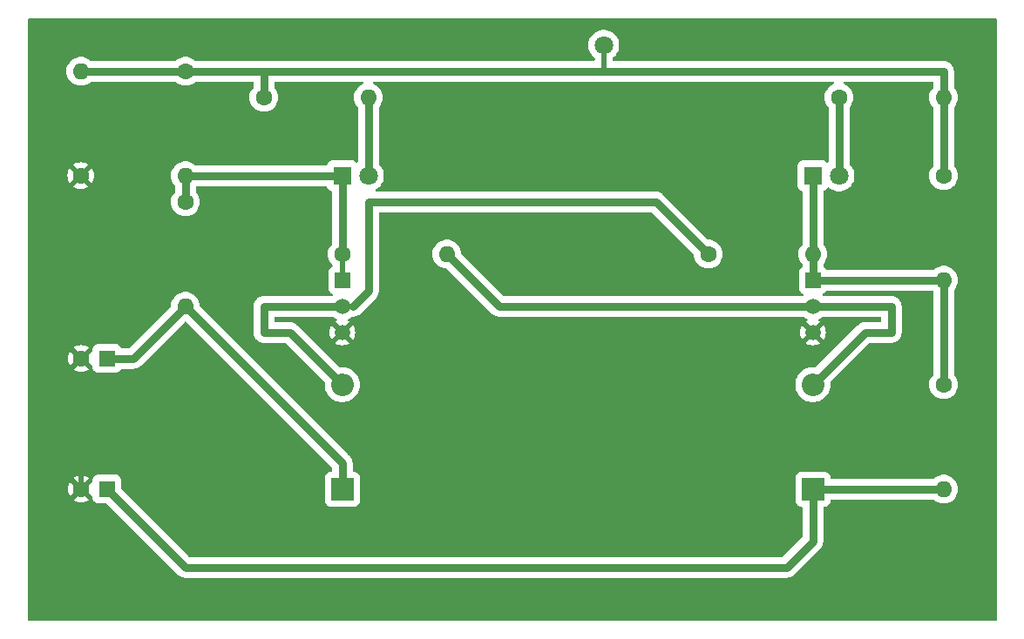
<source format=gbr>
%TF.GenerationSoftware,KiCad,Pcbnew,7.0.10*%
%TF.CreationDate,2025-04-09T09:10:38+02:00*%
%TF.ProjectId,Semaf_r,53656d61-66f3-4722-9e6b-696361645f70,1*%
%TF.SameCoordinates,Original*%
%TF.FileFunction,Profile,NP*%
%FSLAX46Y46*%
G04 Gerber Fmt 4.6, Leading zero omitted, Abs format (unit mm)*
G04 Created by KiCad (PCBNEW 7.0.10) date 2025-04-09 09:10:38*
%MOMM*%
%LPD*%
G01*
G04 APERTURE LIST*
%TA.AperFunction,Profile*%
%ADD10C,0.200000*%
%TD*%
%TA.AperFunction,ComponentPad*%
%ADD11C,1.800000*%
%TD*%
%TA.AperFunction,ComponentPad*%
%ADD12R,1.800000X1.800000*%
%TD*%
%TA.AperFunction,ComponentPad*%
%ADD13O,1.600000X1.600000*%
%TD*%
%TA.AperFunction,ComponentPad*%
%ADD14C,1.600000*%
%TD*%
%TA.AperFunction,ComponentPad*%
%ADD15O,2.200000X2.200000*%
%TD*%
%TA.AperFunction,ComponentPad*%
%ADD16R,2.200000X2.200000*%
%TD*%
%TA.AperFunction,ComponentPad*%
%ADD17R,1.600000X1.600000*%
%TD*%
%TA.AperFunction,ComponentPad*%
%ADD18C,1.500000*%
%TD*%
%TA.AperFunction,ComponentPad*%
%ADD19R,1.500000X1.500000*%
%TD*%
%TA.AperFunction,ViaPad*%
%ADD20C,1.800000*%
%TD*%
%TA.AperFunction,Conductor*%
%ADD21C,0.800000*%
%TD*%
%TA.AperFunction,Conductor*%
%ADD22C,0.500000*%
%TD*%
G04 APERTURE END LIST*
D10*
X165100000Y-88900000D02*
X259080000Y-88900000D01*
X259080000Y-147320000D01*
X165100000Y-147320000D01*
X165100000Y-88900000D01*
D11*
%TO.P,D1,2,A*%
%TO.N,Net-(D1-A)*%
X198120000Y-104140000D03*
D12*
%TO.P,D1,1,K*%
%TO.N,Net-(D1-K)*%
X195580000Y-104140000D03*
%TD*%
D13*
%TO.P,R3,2*%
%TO.N,Net-(D3-K)*%
X180340000Y-116840000D03*
D14*
%TO.P,R3,1*%
%TO.N,Net-(D1-K)*%
X180340000Y-106680000D03*
%TD*%
D13*
%TO.P,R1,2*%
%TO.N,+9V*%
X170180000Y-93980000D03*
D14*
%TO.P,R1,1*%
%TO.N,GND*%
X170180000Y-104140000D03*
%TD*%
D13*
%TO.P,R6,2*%
%TO.N,Net-(D2-K)*%
X254000000Y-114300000D03*
D14*
%TO.P,R6,1*%
%TO.N,+9V*%
X254000000Y-104140000D03*
%TD*%
D13*
%TO.P,R9,2*%
%TO.N,+9V*%
X254000000Y-96520000D03*
D14*
%TO.P,R9,1*%
%TO.N,Net-(D2-A)*%
X243840000Y-96520000D03*
%TD*%
D15*
%TO.P,D4,2,A*%
%TO.N,Net-(D4-A)*%
X241300000Y-124460000D03*
D16*
%TO.P,D4,1,K*%
%TO.N,Net-(D4-K)*%
X241300000Y-134620000D03*
%TD*%
D15*
%TO.P,D3,2,A*%
%TO.N,Net-(D3-A)*%
X195580000Y-124460000D03*
D16*
%TO.P,D3,1,K*%
%TO.N,Net-(D3-K)*%
X195580000Y-134620000D03*
%TD*%
D11*
%TO.P,D2,2,A*%
%TO.N,Net-(D2-A)*%
X243840000Y-104140000D03*
D12*
%TO.P,D2,1,K*%
%TO.N,Net-(D2-K)*%
X241300000Y-104140000D03*
%TD*%
D14*
%TO.P,C1,2*%
%TO.N,GND*%
X170220000Y-121920000D03*
D17*
%TO.P,C1,1*%
%TO.N,Net-(D3-K)*%
X172720000Y-121920000D03*
%TD*%
D13*
%TO.P,R4,2*%
%TO.N,Net-(D4-A)*%
X205740000Y-111760000D03*
D14*
%TO.P,R4,1*%
%TO.N,Net-(D1-K)*%
X195580000Y-111760000D03*
%TD*%
D13*
%TO.P,R7,2*%
%TO.N,Net-(D4-K)*%
X254000000Y-134620000D03*
D14*
%TO.P,R7,1*%
%TO.N,Net-(D2-K)*%
X254000000Y-124460000D03*
%TD*%
%TO.P,C2,2*%
%TO.N,GND*%
X170220000Y-134620000D03*
D17*
%TO.P,C2,1*%
%TO.N,Net-(D4-K)*%
X172720000Y-134620000D03*
%TD*%
D18*
%TO.P,T1,3,E*%
%TO.N,GND*%
X195580000Y-119380000D03*
%TO.P,T1,2,B*%
%TO.N,Net-(D3-A)*%
X195580000Y-116840000D03*
D19*
%TO.P,T1,1,C*%
%TO.N,Net-(D1-K)*%
X195580000Y-114300000D03*
%TD*%
D13*
%TO.P,R2,2*%
%TO.N,Net-(D1-K)*%
X180340000Y-104140000D03*
D14*
%TO.P,R2,1*%
%TO.N,+9V*%
X180340000Y-93980000D03*
%TD*%
D13*
%TO.P,R5,2*%
%TO.N,Net-(D2-K)*%
X241300000Y-111760000D03*
D14*
%TO.P,R5,1*%
%TO.N,Net-(D3-A)*%
X231140000Y-111760000D03*
%TD*%
D18*
%TO.P,T2,3,E*%
%TO.N,GND*%
X241300000Y-119380000D03*
%TO.P,T2,2,B*%
%TO.N,Net-(D4-A)*%
X241300000Y-116840000D03*
D19*
%TO.P,T2,1,C*%
%TO.N,Net-(D2-K)*%
X241300000Y-114300000D03*
%TD*%
D13*
%TO.P,R8,2*%
%TO.N,Net-(D1-A)*%
X198120000Y-96520000D03*
D14*
%TO.P,R8,1*%
%TO.N,+9V*%
X187960000Y-96520000D03*
%TD*%
D20*
%TO.N,GND*%
X215900000Y-91440000D03*
%TO.N,+9V*%
X220980000Y-91440000D03*
%TD*%
D21*
%TO.N,Net-(D3-A)*%
X226060000Y-106680000D02*
X231140000Y-111760000D01*
X198120000Y-115360660D02*
X198120000Y-106680000D01*
X196640660Y-116840000D02*
X198120000Y-115360660D01*
X198120000Y-106680000D02*
X226060000Y-106680000D01*
%TO.N,Net-(D4-A)*%
X248920000Y-116840000D02*
X241300000Y-116840000D01*
X248920000Y-119380000D02*
X248920000Y-116840000D01*
X241300000Y-124460000D02*
X246380000Y-119380000D01*
X246380000Y-119380000D02*
X248920000Y-119380000D01*
%TO.N,Net-(D3-A)*%
X187960000Y-116840000D02*
X195580000Y-116840000D01*
X187960000Y-119380000D02*
X187960000Y-116840000D01*
X190500000Y-119380000D02*
X187960000Y-119380000D01*
X195580000Y-124460000D02*
X190500000Y-119380000D01*
%TO.N,Net-(D3-K)*%
X175260000Y-121920000D02*
X180340000Y-116840000D01*
X195580000Y-134620000D02*
X195580000Y-132080000D01*
X195580000Y-132080000D02*
X180340000Y-116840000D01*
X172720000Y-121920000D02*
X175260000Y-121920000D01*
D22*
%TO.N,GND*%
X170220000Y-134620000D02*
X170220000Y-133488630D01*
X170180000Y-121880000D02*
X170220000Y-121920000D01*
D21*
%TO.N,Net-(D4-K)*%
X254000000Y-134620000D02*
X241300000Y-134620000D01*
X238760000Y-142240000D02*
X241300000Y-139700000D01*
X172720000Y-134620000D02*
X180340000Y-142240000D01*
X241300000Y-139700000D02*
X241300000Y-134620000D01*
X180340000Y-142240000D02*
X238760000Y-142240000D01*
%TO.N,Net-(D1-K)*%
X180340000Y-104140000D02*
X180340000Y-106680000D01*
X195580000Y-104140000D02*
X195580000Y-111760000D01*
X195580000Y-104140000D02*
X180340000Y-104140000D01*
D22*
X195580000Y-111760000D02*
X195580000Y-114300000D01*
D21*
%TO.N,Net-(D1-A)*%
X198120000Y-104140000D02*
X198120000Y-96520000D01*
%TO.N,Net-(D2-K)*%
X254000000Y-114300000D02*
X241300000Y-114300000D01*
X254000000Y-114300000D02*
X254000000Y-124460000D01*
X241300000Y-111760000D02*
X241300000Y-104140000D01*
X241300000Y-111760000D02*
X241300000Y-114300000D01*
%TO.N,Net-(D2-A)*%
X243840000Y-104140000D02*
X243840000Y-96520000D01*
D22*
%TO.N,Net-(D3-A)*%
X195580000Y-116840000D02*
X196640660Y-116840000D01*
D21*
%TO.N,Net-(D4-A)*%
X210820000Y-116840000D02*
X205740000Y-111760000D01*
X241300000Y-116840000D02*
X210820000Y-116840000D01*
%TO.N,+9V*%
X220980000Y-93980000D02*
X187960000Y-93980000D01*
X187960000Y-93980000D02*
X187960000Y-96520000D01*
X254000000Y-96520000D02*
X254000000Y-93980000D01*
X180340000Y-93980000D02*
X187960000Y-93980000D01*
X170180000Y-93980000D02*
X180340000Y-93980000D01*
D22*
X220980000Y-93980000D02*
X220980000Y-91440000D01*
D21*
X254000000Y-96520000D02*
X254000000Y-104140000D01*
X254000000Y-93980000D02*
X220980000Y-93980000D01*
%TD*%
%TA.AperFunction,Conductor*%
%TO.N,GND*%
G36*
X259022539Y-88920185D02*
G01*
X259068294Y-88972989D01*
X259079500Y-89024500D01*
X259079500Y-147195500D01*
X259059815Y-147262539D01*
X259007011Y-147308294D01*
X258955500Y-147319500D01*
X165224500Y-147319500D01*
X165157461Y-147299815D01*
X165111706Y-147247011D01*
X165100500Y-147195500D01*
X165100500Y-134620002D01*
X168915034Y-134620002D01*
X168934858Y-134846599D01*
X168934860Y-134846610D01*
X168993730Y-135066317D01*
X168993735Y-135066331D01*
X169089863Y-135272478D01*
X169140974Y-135345472D01*
X169822046Y-134664400D01*
X169834835Y-134745148D01*
X169892359Y-134858045D01*
X169981955Y-134947641D01*
X170094852Y-135005165D01*
X170175599Y-135017953D01*
X169494526Y-135699025D01*
X169567513Y-135750132D01*
X169567521Y-135750136D01*
X169773668Y-135846264D01*
X169773682Y-135846269D01*
X169993389Y-135905139D01*
X169993400Y-135905141D01*
X170219998Y-135924966D01*
X170220002Y-135924966D01*
X170446599Y-135905141D01*
X170446610Y-135905139D01*
X170666317Y-135846269D01*
X170666331Y-135846264D01*
X170872478Y-135750136D01*
X170945471Y-135699024D01*
X170264400Y-135017953D01*
X170345148Y-135005165D01*
X170458045Y-134947641D01*
X170547641Y-134858045D01*
X170605165Y-134745148D01*
X170617953Y-134664400D01*
X171283181Y-135329629D01*
X171316666Y-135390952D01*
X171319500Y-135417307D01*
X171319500Y-135459362D01*
X171334953Y-135576753D01*
X171334956Y-135576762D01*
X171366647Y-135653272D01*
X171395464Y-135722841D01*
X171491718Y-135848282D01*
X171617159Y-135944536D01*
X171763238Y-136005044D01*
X171880639Y-136020500D01*
X172654216Y-136020499D01*
X172721255Y-136040183D01*
X172741897Y-136056818D01*
X179622450Y-142937371D01*
X179624643Y-142939620D01*
X179684940Y-143003052D01*
X179684947Y-143003058D01*
X179733352Y-143036748D01*
X179740869Y-143042415D01*
X179786593Y-143079698D01*
X179813565Y-143093786D01*
X179826980Y-143101915D01*
X179851951Y-143119295D01*
X179880105Y-143131377D01*
X179906163Y-143142559D01*
X179914652Y-143146590D01*
X179966951Y-143173909D01*
X179988998Y-143180216D01*
X179996184Y-143182273D01*
X180010976Y-143187539D01*
X180038939Y-143199539D01*
X180038942Y-143199540D01*
X180096727Y-143211414D01*
X180105869Y-143213657D01*
X180162582Y-143229886D01*
X180192918Y-143232196D01*
X180208457Y-143234376D01*
X180238255Y-143240500D01*
X180238259Y-143240500D01*
X180297244Y-143240500D01*
X180306659Y-143240857D01*
X180365476Y-143245337D01*
X180395651Y-143241493D01*
X180411318Y-143240500D01*
X238745721Y-143240500D01*
X238748863Y-143240540D01*
X238836358Y-143242757D01*
X238836358Y-143242756D01*
X238836363Y-143242757D01*
X238894425Y-143232349D01*
X238903754Y-143231041D01*
X238962438Y-143225074D01*
X238991471Y-143215964D01*
X239006700Y-143212226D01*
X239036653Y-143206858D01*
X239036657Y-143206856D01*
X239036659Y-143206856D01*
X239091423Y-143184980D01*
X239100292Y-143181821D01*
X239156588Y-143164159D01*
X239183200Y-143149387D01*
X239197362Y-143142662D01*
X239225617Y-143131377D01*
X239274879Y-143098909D01*
X239282910Y-143094043D01*
X239334502Y-143065409D01*
X239334509Y-143065402D01*
X239334512Y-143065401D01*
X239357583Y-143045594D01*
X239370125Y-143036137D01*
X239395519Y-143019402D01*
X239437237Y-142977682D01*
X239444122Y-142971301D01*
X239488895Y-142932866D01*
X239507520Y-142908802D01*
X239517880Y-142897039D01*
X241997409Y-140417510D01*
X241999578Y-140415395D01*
X242063053Y-140355059D01*
X242096766Y-140306619D01*
X242102405Y-140299141D01*
X242139697Y-140253408D01*
X242153786Y-140226433D01*
X242161908Y-140213027D01*
X242179295Y-140188049D01*
X242202568Y-140133815D01*
X242206595Y-140125336D01*
X242233909Y-140073049D01*
X242242275Y-140043808D01*
X242247544Y-140029009D01*
X242259538Y-140001062D01*
X242259540Y-140001058D01*
X242271421Y-139943238D01*
X242273650Y-139934155D01*
X242289886Y-139877418D01*
X242292196Y-139847080D01*
X242294376Y-139831540D01*
X242300500Y-139801743D01*
X242300500Y-139742754D01*
X242300858Y-139733339D01*
X242305337Y-139674524D01*
X242301493Y-139644339D01*
X242300500Y-139628675D01*
X242300500Y-136444499D01*
X242320185Y-136377460D01*
X242372989Y-136331705D01*
X242424500Y-136320499D01*
X242439363Y-136320499D01*
X242556753Y-136305046D01*
X242556757Y-136305044D01*
X242556762Y-136305044D01*
X242702841Y-136244536D01*
X242828282Y-136148282D01*
X242924536Y-136022841D01*
X242985044Y-135876762D01*
X243000500Y-135759361D01*
X243000500Y-135744500D01*
X243020185Y-135677461D01*
X243072989Y-135631706D01*
X243124500Y-135620500D01*
X252963536Y-135620500D01*
X253030575Y-135640185D01*
X253047521Y-135653272D01*
X253048204Y-135653901D01*
X253048216Y-135653913D01*
X253231374Y-135796470D01*
X253435497Y-135906936D01*
X253488017Y-135924966D01*
X253655015Y-135982297D01*
X253655017Y-135982297D01*
X253655019Y-135982298D01*
X253883951Y-136020500D01*
X253883952Y-136020500D01*
X254116048Y-136020500D01*
X254116049Y-136020500D01*
X254344981Y-135982298D01*
X254564503Y-135906936D01*
X254768626Y-135796470D01*
X254951784Y-135653913D01*
X255108979Y-135483153D01*
X255235924Y-135288849D01*
X255329157Y-135076300D01*
X255386134Y-134851305D01*
X255386524Y-134846599D01*
X255405300Y-134620006D01*
X255405300Y-134619993D01*
X255386135Y-134388702D01*
X255386133Y-134388691D01*
X255329157Y-134163699D01*
X255235924Y-133951151D01*
X255108983Y-133756852D01*
X255108980Y-133756849D01*
X255108979Y-133756847D01*
X254951784Y-133586087D01*
X254951779Y-133586083D01*
X254951777Y-133586081D01*
X254768634Y-133443535D01*
X254768628Y-133443531D01*
X254564504Y-133333064D01*
X254564495Y-133333061D01*
X254344984Y-133257702D01*
X254173282Y-133229050D01*
X254116049Y-133219500D01*
X253883951Y-133219500D01*
X253838164Y-133227140D01*
X253655015Y-133257702D01*
X253435504Y-133333061D01*
X253435495Y-133333064D01*
X253231371Y-133443531D01*
X253106179Y-133540973D01*
X253048216Y-133586087D01*
X253048210Y-133586092D01*
X253047521Y-133586728D01*
X253047172Y-133586899D01*
X253044170Y-133589237D01*
X253043689Y-133588619D01*
X252984867Y-133617652D01*
X252963536Y-133619500D01*
X243124499Y-133619500D01*
X243057460Y-133599815D01*
X243011705Y-133547011D01*
X243000499Y-133495500D01*
X243000499Y-133480636D01*
X242985046Y-133363246D01*
X242985044Y-133363239D01*
X242985044Y-133363238D01*
X242924536Y-133217159D01*
X242828282Y-133091718D01*
X242702841Y-132995464D01*
X242556762Y-132934956D01*
X242556760Y-132934955D01*
X242439370Y-132919501D01*
X242439367Y-132919500D01*
X242439361Y-132919500D01*
X242439354Y-132919500D01*
X240160636Y-132919500D01*
X240043246Y-132934953D01*
X240043237Y-132934956D01*
X239897160Y-132995463D01*
X239771718Y-133091718D01*
X239675463Y-133217160D01*
X239614956Y-133363237D01*
X239614955Y-133363239D01*
X239599501Y-133480629D01*
X239599501Y-133480636D01*
X239599500Y-133480645D01*
X239599500Y-135759363D01*
X239614953Y-135876753D01*
X239614956Y-135876762D01*
X239658670Y-135982298D01*
X239675464Y-136022841D01*
X239771718Y-136148282D01*
X239897159Y-136244536D01*
X240043238Y-136305044D01*
X240160639Y-136320500D01*
X240175496Y-136320499D01*
X240242534Y-136340180D01*
X240288292Y-136392982D01*
X240299500Y-136444499D01*
X240299500Y-139234217D01*
X240279815Y-139301256D01*
X240263181Y-139321898D01*
X238381899Y-141203181D01*
X238320576Y-141236666D01*
X238294218Y-141239500D01*
X180805783Y-141239500D01*
X180738744Y-141219815D01*
X180718102Y-141203181D01*
X174156818Y-134641897D01*
X174123333Y-134580574D01*
X174120499Y-134554216D01*
X174120499Y-133780636D01*
X174105046Y-133663246D01*
X174105044Y-133663239D01*
X174105044Y-133663238D01*
X174044536Y-133517159D01*
X173948282Y-133391718D01*
X173822841Y-133295464D01*
X173676762Y-133234956D01*
X173676760Y-133234955D01*
X173559370Y-133219501D01*
X173559367Y-133219500D01*
X173559361Y-133219500D01*
X173559354Y-133219500D01*
X171880636Y-133219500D01*
X171763246Y-133234953D01*
X171763237Y-133234956D01*
X171617160Y-133295463D01*
X171491718Y-133391718D01*
X171395463Y-133517160D01*
X171334956Y-133663237D01*
X171334955Y-133663239D01*
X171319501Y-133780629D01*
X171319501Y-133780636D01*
X171319500Y-133780645D01*
X171319500Y-133822690D01*
X171299815Y-133889729D01*
X171283181Y-133910371D01*
X170617953Y-134575598D01*
X170605165Y-134494852D01*
X170547641Y-134381955D01*
X170458045Y-134292359D01*
X170345148Y-134234835D01*
X170264401Y-134222046D01*
X170945472Y-133540974D01*
X170872478Y-133489863D01*
X170666331Y-133393735D01*
X170666317Y-133393730D01*
X170446610Y-133334860D01*
X170446599Y-133334858D01*
X170220002Y-133315034D01*
X170219998Y-133315034D01*
X169993400Y-133334858D01*
X169993389Y-133334860D01*
X169773682Y-133393730D01*
X169773673Y-133393734D01*
X169567516Y-133489866D01*
X169567512Y-133489868D01*
X169494526Y-133540973D01*
X169494526Y-133540974D01*
X170175599Y-134222046D01*
X170094852Y-134234835D01*
X169981955Y-134292359D01*
X169892359Y-134381955D01*
X169834835Y-134494852D01*
X169822046Y-134575598D01*
X169140974Y-133894526D01*
X169140973Y-133894526D01*
X169089868Y-133967512D01*
X169089866Y-133967516D01*
X168993734Y-134173673D01*
X168993730Y-134173682D01*
X168934860Y-134393389D01*
X168934858Y-134393400D01*
X168915034Y-134619997D01*
X168915034Y-134620002D01*
X165100500Y-134620002D01*
X165100500Y-121920002D01*
X168915034Y-121920002D01*
X168934858Y-122146599D01*
X168934860Y-122146610D01*
X168993730Y-122366317D01*
X168993735Y-122366331D01*
X169089863Y-122572478D01*
X169140974Y-122645472D01*
X169822046Y-121964400D01*
X169834835Y-122045148D01*
X169892359Y-122158045D01*
X169981955Y-122247641D01*
X170094852Y-122305165D01*
X170175599Y-122317953D01*
X169494526Y-122999025D01*
X169567513Y-123050132D01*
X169567521Y-123050136D01*
X169773668Y-123146264D01*
X169773682Y-123146269D01*
X169993389Y-123205139D01*
X169993400Y-123205141D01*
X170219998Y-123224966D01*
X170220002Y-123224966D01*
X170446599Y-123205141D01*
X170446610Y-123205139D01*
X170666317Y-123146269D01*
X170666331Y-123146264D01*
X170872478Y-123050136D01*
X170945471Y-122999024D01*
X170264400Y-122317953D01*
X170345148Y-122305165D01*
X170458045Y-122247641D01*
X170547641Y-122158045D01*
X170605165Y-122045148D01*
X170617953Y-121964400D01*
X171283181Y-122629629D01*
X171316666Y-122690952D01*
X171319500Y-122717307D01*
X171319500Y-122759362D01*
X171334953Y-122876753D01*
X171334956Y-122876762D01*
X171341935Y-122893612D01*
X171395464Y-123022841D01*
X171491718Y-123148282D01*
X171617159Y-123244536D01*
X171763238Y-123305044D01*
X171880639Y-123320500D01*
X173559360Y-123320499D01*
X173559363Y-123320499D01*
X173676753Y-123305046D01*
X173676757Y-123305044D01*
X173676762Y-123305044D01*
X173822841Y-123244536D01*
X173948282Y-123148282D01*
X174044536Y-123022841D01*
X174055220Y-122997048D01*
X174099061Y-122942644D01*
X174165355Y-122920579D01*
X174169781Y-122920500D01*
X175245721Y-122920500D01*
X175248863Y-122920540D01*
X175336358Y-122922757D01*
X175336358Y-122922756D01*
X175336363Y-122922757D01*
X175394425Y-122912349D01*
X175403754Y-122911041D01*
X175462438Y-122905074D01*
X175491471Y-122895964D01*
X175506700Y-122892226D01*
X175536653Y-122886858D01*
X175536657Y-122886856D01*
X175536659Y-122886856D01*
X175591423Y-122864980D01*
X175600292Y-122861821D01*
X175656588Y-122844159D01*
X175683200Y-122829387D01*
X175697362Y-122822662D01*
X175725617Y-122811377D01*
X175774879Y-122778909D01*
X175782910Y-122774043D01*
X175834502Y-122745409D01*
X175834509Y-122745402D01*
X175834512Y-122745401D01*
X175857583Y-122725594D01*
X175870125Y-122716137D01*
X175895519Y-122699402D01*
X175937226Y-122657694D01*
X175944138Y-122651288D01*
X175969368Y-122629629D01*
X175988895Y-122612866D01*
X176007524Y-122588798D01*
X176017884Y-122577035D01*
X180252318Y-118342600D01*
X180313641Y-118309116D01*
X180383333Y-118314100D01*
X180427680Y-118342601D01*
X194543181Y-132458102D01*
X194576666Y-132519425D01*
X194579500Y-132545783D01*
X194579500Y-132795500D01*
X194559815Y-132862539D01*
X194507011Y-132908294D01*
X194455507Y-132919500D01*
X194440638Y-132919500D01*
X194323246Y-132934953D01*
X194323237Y-132934956D01*
X194177160Y-132995463D01*
X194051718Y-133091718D01*
X193955463Y-133217160D01*
X193894956Y-133363237D01*
X193894955Y-133363239D01*
X193879501Y-133480629D01*
X193879501Y-133480636D01*
X193879500Y-133480645D01*
X193879500Y-135759363D01*
X193894953Y-135876753D01*
X193894956Y-135876762D01*
X193938670Y-135982298D01*
X193955464Y-136022841D01*
X194051718Y-136148282D01*
X194177159Y-136244536D01*
X194323238Y-136305044D01*
X194440639Y-136320500D01*
X196719360Y-136320499D01*
X196719363Y-136320499D01*
X196836753Y-136305046D01*
X196836757Y-136305044D01*
X196836762Y-136305044D01*
X196982841Y-136244536D01*
X197108282Y-136148282D01*
X197204536Y-136022841D01*
X197265044Y-135876762D01*
X197280500Y-135759361D01*
X197280499Y-133480640D01*
X197280499Y-133480639D01*
X197280499Y-133480636D01*
X197265046Y-133363246D01*
X197265044Y-133363239D01*
X197265044Y-133363238D01*
X197204536Y-133217159D01*
X197108282Y-133091718D01*
X196982841Y-132995464D01*
X196836762Y-132934956D01*
X196836760Y-132934955D01*
X196719370Y-132919501D01*
X196719367Y-132919500D01*
X196719361Y-132919500D01*
X196719354Y-132919500D01*
X196704500Y-132919500D01*
X196637461Y-132899815D01*
X196591706Y-132847011D01*
X196580500Y-132795500D01*
X196580500Y-132094277D01*
X196580540Y-132091135D01*
X196582757Y-132003641D01*
X196582756Y-132003640D01*
X196582757Y-132003637D01*
X196572350Y-131945574D01*
X196571041Y-131936242D01*
X196565074Y-131877566D01*
X196565074Y-131877564D01*
X196565074Y-131877562D01*
X196555962Y-131848524D01*
X196552225Y-131833295D01*
X196546858Y-131803348D01*
X196524972Y-131748556D01*
X196521824Y-131739714D01*
X196504159Y-131683412D01*
X196489398Y-131656817D01*
X196482663Y-131642635D01*
X196471379Y-131614384D01*
X196471377Y-131614380D01*
X196438915Y-131565127D01*
X196434040Y-131557082D01*
X196405409Y-131505498D01*
X196385590Y-131482412D01*
X196376145Y-131469884D01*
X196359404Y-131444484D01*
X196317699Y-131402779D01*
X196311306Y-131395882D01*
X196272866Y-131351105D01*
X196248800Y-131332476D01*
X196237022Y-131322102D01*
X181776572Y-116861652D01*
X181743087Y-116800329D01*
X181740677Y-116784218D01*
X181726134Y-116608695D01*
X181669157Y-116383700D01*
X181655229Y-116351948D01*
X181575924Y-116171151D01*
X181448983Y-115976852D01*
X181448980Y-115976849D01*
X181448979Y-115976847D01*
X181291784Y-115806087D01*
X181291779Y-115806083D01*
X181291777Y-115806081D01*
X181108634Y-115663535D01*
X181108628Y-115663531D01*
X180904504Y-115553064D01*
X180904495Y-115553061D01*
X180684984Y-115477702D01*
X180513282Y-115449050D01*
X180456049Y-115439500D01*
X180223951Y-115439500D01*
X180178164Y-115447140D01*
X179995015Y-115477702D01*
X179775504Y-115553061D01*
X179775495Y-115553064D01*
X179571371Y-115663531D01*
X179571365Y-115663535D01*
X179388222Y-115806081D01*
X179388219Y-115806084D01*
X179388216Y-115806086D01*
X179388216Y-115806087D01*
X179361019Y-115835631D01*
X179231016Y-115976852D01*
X179104075Y-116171151D01*
X179010842Y-116383699D01*
X178953866Y-116608691D01*
X178953864Y-116608703D01*
X178939322Y-116784209D01*
X178914169Y-116849394D01*
X178903427Y-116861650D01*
X174881899Y-120883181D01*
X174820576Y-120916666D01*
X174794218Y-120919500D01*
X174169781Y-120919500D01*
X174102742Y-120899815D01*
X174056987Y-120847011D01*
X174055220Y-120842952D01*
X174044537Y-120817161D01*
X174044536Y-120817160D01*
X174044536Y-120817159D01*
X173948282Y-120691718D01*
X173822841Y-120595464D01*
X173676762Y-120534956D01*
X173676760Y-120534955D01*
X173559370Y-120519501D01*
X173559367Y-120519500D01*
X173559361Y-120519500D01*
X173559354Y-120519500D01*
X171880636Y-120519500D01*
X171763246Y-120534953D01*
X171763237Y-120534956D01*
X171617160Y-120595463D01*
X171491718Y-120691718D01*
X171395463Y-120817160D01*
X171334956Y-120963237D01*
X171334955Y-120963239D01*
X171319501Y-121080629D01*
X171319500Y-121080645D01*
X171319500Y-121122690D01*
X171299815Y-121189729D01*
X171283181Y-121210371D01*
X170617953Y-121875598D01*
X170605165Y-121794852D01*
X170547641Y-121681955D01*
X170458045Y-121592359D01*
X170345148Y-121534835D01*
X170264401Y-121522046D01*
X170945472Y-120840974D01*
X170872478Y-120789863D01*
X170666331Y-120693735D01*
X170666317Y-120693730D01*
X170446610Y-120634860D01*
X170446599Y-120634858D01*
X170220002Y-120615034D01*
X170219998Y-120615034D01*
X169993400Y-120634858D01*
X169993389Y-120634860D01*
X169773682Y-120693730D01*
X169773673Y-120693734D01*
X169567516Y-120789866D01*
X169567512Y-120789868D01*
X169494526Y-120840973D01*
X169494526Y-120840974D01*
X170175599Y-121522046D01*
X170094852Y-121534835D01*
X169981955Y-121592359D01*
X169892359Y-121681955D01*
X169834835Y-121794852D01*
X169822046Y-121875598D01*
X169140974Y-121194526D01*
X169140973Y-121194526D01*
X169089868Y-121267512D01*
X169089866Y-121267516D01*
X168993734Y-121473673D01*
X168993730Y-121473682D01*
X168934860Y-121693389D01*
X168934858Y-121693400D01*
X168915034Y-121919997D01*
X168915034Y-121920002D01*
X165100500Y-121920002D01*
X165100500Y-104140002D01*
X168875034Y-104140002D01*
X168894858Y-104366599D01*
X168894860Y-104366610D01*
X168953730Y-104586317D01*
X168953735Y-104586331D01*
X169049863Y-104792478D01*
X169100974Y-104865472D01*
X169782046Y-104184400D01*
X169794835Y-104265148D01*
X169852359Y-104378045D01*
X169941955Y-104467641D01*
X170054852Y-104525165D01*
X170135599Y-104537953D01*
X169454526Y-105219025D01*
X169527513Y-105270132D01*
X169527521Y-105270136D01*
X169733668Y-105366264D01*
X169733682Y-105366269D01*
X169953389Y-105425139D01*
X169953400Y-105425141D01*
X170179998Y-105444966D01*
X170180002Y-105444966D01*
X170406599Y-105425141D01*
X170406610Y-105425139D01*
X170626317Y-105366269D01*
X170626331Y-105366264D01*
X170832478Y-105270136D01*
X170905471Y-105219024D01*
X170224400Y-104537953D01*
X170305148Y-104525165D01*
X170418045Y-104467641D01*
X170507641Y-104378045D01*
X170565165Y-104265148D01*
X170577953Y-104184400D01*
X171259024Y-104865471D01*
X171310136Y-104792478D01*
X171406264Y-104586331D01*
X171406269Y-104586317D01*
X171465139Y-104366610D01*
X171465141Y-104366599D01*
X171484966Y-104140002D01*
X171484966Y-104139997D01*
X171465141Y-103913400D01*
X171465139Y-103913389D01*
X171406269Y-103693682D01*
X171406264Y-103693668D01*
X171310136Y-103487521D01*
X171310132Y-103487513D01*
X171259025Y-103414526D01*
X170577953Y-104095598D01*
X170565165Y-104014852D01*
X170507641Y-103901955D01*
X170418045Y-103812359D01*
X170305148Y-103754835D01*
X170224401Y-103742046D01*
X170905472Y-103060974D01*
X170832478Y-103009863D01*
X170626331Y-102913735D01*
X170626317Y-102913730D01*
X170406610Y-102854860D01*
X170406599Y-102854858D01*
X170180002Y-102835034D01*
X170179998Y-102835034D01*
X169953400Y-102854858D01*
X169953389Y-102854860D01*
X169733682Y-102913730D01*
X169733673Y-102913734D01*
X169527516Y-103009866D01*
X169527512Y-103009868D01*
X169454526Y-103060973D01*
X169454526Y-103060974D01*
X170135599Y-103742046D01*
X170054852Y-103754835D01*
X169941955Y-103812359D01*
X169852359Y-103901955D01*
X169794835Y-104014852D01*
X169782046Y-104095598D01*
X169100974Y-103414526D01*
X169100973Y-103414526D01*
X169049868Y-103487512D01*
X169049866Y-103487516D01*
X168953734Y-103693673D01*
X168953730Y-103693682D01*
X168894860Y-103913389D01*
X168894858Y-103913400D01*
X168875034Y-104139997D01*
X168875034Y-104140002D01*
X165100500Y-104140002D01*
X165100500Y-93980006D01*
X168774700Y-93980006D01*
X168793864Y-94211297D01*
X168793866Y-94211308D01*
X168850842Y-94436300D01*
X168944075Y-94648848D01*
X169071016Y-94843147D01*
X169071019Y-94843151D01*
X169071021Y-94843153D01*
X169228216Y-95013913D01*
X169228219Y-95013915D01*
X169228222Y-95013918D01*
X169411365Y-95156464D01*
X169411371Y-95156468D01*
X169411374Y-95156470D01*
X169615497Y-95266936D01*
X169729487Y-95306068D01*
X169835015Y-95342297D01*
X169835017Y-95342297D01*
X169835019Y-95342298D01*
X170063951Y-95380500D01*
X170063952Y-95380500D01*
X170296048Y-95380500D01*
X170296049Y-95380500D01*
X170524981Y-95342298D01*
X170744503Y-95266936D01*
X170948626Y-95156470D01*
X171131784Y-95013913D01*
X171131800Y-95013895D01*
X171132479Y-95013272D01*
X171132827Y-95013100D01*
X171135830Y-95010763D01*
X171136310Y-95011380D01*
X171195133Y-94982348D01*
X171216464Y-94980500D01*
X179303536Y-94980500D01*
X179370575Y-95000185D01*
X179387521Y-95013272D01*
X179388204Y-95013901D01*
X179388216Y-95013913D01*
X179571374Y-95156470D01*
X179775497Y-95266936D01*
X179889487Y-95306068D01*
X179995015Y-95342297D01*
X179995017Y-95342297D01*
X179995019Y-95342298D01*
X180223951Y-95380500D01*
X180223952Y-95380500D01*
X180456048Y-95380500D01*
X180456049Y-95380500D01*
X180684981Y-95342298D01*
X180904503Y-95266936D01*
X181108626Y-95156470D01*
X181291784Y-95013913D01*
X181291800Y-95013895D01*
X181292479Y-95013272D01*
X181292827Y-95013100D01*
X181295830Y-95010763D01*
X181296310Y-95011380D01*
X181355133Y-94982348D01*
X181376464Y-94980500D01*
X186835500Y-94980500D01*
X186902539Y-95000185D01*
X186948294Y-95052989D01*
X186959500Y-95104500D01*
X186959500Y-95490621D01*
X186939815Y-95557660D01*
X186926730Y-95574603D01*
X186851022Y-95656844D01*
X186851020Y-95656846D01*
X186724075Y-95851151D01*
X186630842Y-96063699D01*
X186573866Y-96288691D01*
X186573864Y-96288702D01*
X186554700Y-96519993D01*
X186554700Y-96520006D01*
X186573864Y-96751297D01*
X186573866Y-96751308D01*
X186630842Y-96976300D01*
X186724075Y-97188848D01*
X186851016Y-97383147D01*
X186851019Y-97383151D01*
X186851021Y-97383153D01*
X187008216Y-97553913D01*
X187008219Y-97553915D01*
X187008222Y-97553918D01*
X187191365Y-97696464D01*
X187191371Y-97696468D01*
X187191374Y-97696470D01*
X187395497Y-97806936D01*
X187509487Y-97846068D01*
X187615015Y-97882297D01*
X187615017Y-97882297D01*
X187615019Y-97882298D01*
X187843951Y-97920500D01*
X187843952Y-97920500D01*
X188076048Y-97920500D01*
X188076049Y-97920500D01*
X188304981Y-97882298D01*
X188524503Y-97806936D01*
X188728626Y-97696470D01*
X188911784Y-97553913D01*
X189068979Y-97383153D01*
X189195924Y-97188849D01*
X189289157Y-96976300D01*
X189346134Y-96751305D01*
X189365300Y-96520000D01*
X189365300Y-96519993D01*
X189346135Y-96288702D01*
X189346133Y-96288691D01*
X189289157Y-96063699D01*
X189195924Y-95851151D01*
X189068979Y-95656846D01*
X189068977Y-95656844D01*
X188993270Y-95574603D01*
X188962348Y-95511948D01*
X188960500Y-95490621D01*
X188960500Y-95104500D01*
X188980185Y-95037461D01*
X189032989Y-94991706D01*
X189084500Y-94980500D01*
X197548099Y-94980500D01*
X197615138Y-95000185D01*
X197660893Y-95052989D01*
X197670837Y-95122147D01*
X197641812Y-95185703D01*
X197588362Y-95221781D01*
X197555504Y-95233061D01*
X197555495Y-95233064D01*
X197351371Y-95343531D01*
X197351365Y-95343535D01*
X197168222Y-95486081D01*
X197168219Y-95486084D01*
X197168216Y-95486086D01*
X197168216Y-95486087D01*
X197119501Y-95539006D01*
X197011016Y-95656852D01*
X196884075Y-95851151D01*
X196790842Y-96063699D01*
X196733866Y-96288691D01*
X196733864Y-96288702D01*
X196714700Y-96519993D01*
X196714700Y-96520006D01*
X196733864Y-96751297D01*
X196733866Y-96751308D01*
X196790842Y-96976300D01*
X196884075Y-97188848D01*
X197011016Y-97383147D01*
X197011019Y-97383151D01*
X197011021Y-97383153D01*
X197086731Y-97465396D01*
X197117652Y-97528049D01*
X197119500Y-97549377D01*
X197119500Y-102723574D01*
X197099815Y-102790613D01*
X197047011Y-102836368D01*
X196977853Y-102846312D01*
X196914297Y-102817287D01*
X196908482Y-102811873D01*
X196908284Y-102811721D01*
X196908282Y-102811718D01*
X196782841Y-102715464D01*
X196636762Y-102654956D01*
X196636760Y-102654955D01*
X196519370Y-102639501D01*
X196519367Y-102639500D01*
X196519361Y-102639500D01*
X196519354Y-102639500D01*
X194640636Y-102639500D01*
X194523246Y-102654953D01*
X194523237Y-102654956D01*
X194377160Y-102715463D01*
X194251718Y-102811718D01*
X194155462Y-102937161D01*
X194125347Y-103009868D01*
X194104179Y-103060973D01*
X194103359Y-103062952D01*
X194059518Y-103117356D01*
X193993224Y-103139421D01*
X193988798Y-103139500D01*
X181376464Y-103139500D01*
X181309425Y-103119815D01*
X181292479Y-103106728D01*
X181291794Y-103106098D01*
X181291784Y-103106087D01*
X181135310Y-102984299D01*
X181108628Y-102963531D01*
X180904504Y-102853064D01*
X180904495Y-102853061D01*
X180684984Y-102777702D01*
X180513282Y-102749050D01*
X180456049Y-102739500D01*
X180223951Y-102739500D01*
X180178164Y-102747140D01*
X179995015Y-102777702D01*
X179775504Y-102853061D01*
X179775495Y-102853064D01*
X179571371Y-102963531D01*
X179571365Y-102963535D01*
X179388222Y-103106081D01*
X179388219Y-103106084D01*
X179388216Y-103106086D01*
X179388216Y-103106087D01*
X179357530Y-103139421D01*
X179231016Y-103276852D01*
X179104075Y-103471151D01*
X179010842Y-103683699D01*
X178953866Y-103908691D01*
X178953864Y-103908702D01*
X178934700Y-104139993D01*
X178934700Y-104140006D01*
X178953864Y-104371297D01*
X178953866Y-104371308D01*
X179010842Y-104596300D01*
X179104075Y-104808848D01*
X179231016Y-105003147D01*
X179231019Y-105003151D01*
X179231021Y-105003153D01*
X179306731Y-105085396D01*
X179337652Y-105148049D01*
X179339500Y-105169377D01*
X179339500Y-105650621D01*
X179319815Y-105717660D01*
X179306730Y-105734603D01*
X179231022Y-105816844D01*
X179231020Y-105816846D01*
X179104075Y-106011151D01*
X179010842Y-106223699D01*
X178953866Y-106448691D01*
X178953864Y-106448702D01*
X178934700Y-106679993D01*
X178934700Y-106680006D01*
X178953864Y-106911297D01*
X178953866Y-106911308D01*
X179010842Y-107136300D01*
X179104075Y-107348848D01*
X179231016Y-107543147D01*
X179231019Y-107543151D01*
X179231021Y-107543153D01*
X179388216Y-107713913D01*
X179388219Y-107713915D01*
X179388222Y-107713918D01*
X179571365Y-107856464D01*
X179571371Y-107856468D01*
X179571374Y-107856470D01*
X179775497Y-107966936D01*
X179889487Y-108006068D01*
X179995015Y-108042297D01*
X179995017Y-108042297D01*
X179995019Y-108042298D01*
X180223951Y-108080500D01*
X180223952Y-108080500D01*
X180456048Y-108080500D01*
X180456049Y-108080500D01*
X180684981Y-108042298D01*
X180904503Y-107966936D01*
X181108626Y-107856470D01*
X181291784Y-107713913D01*
X181448979Y-107543153D01*
X181575924Y-107348849D01*
X181669157Y-107136300D01*
X181726134Y-106911305D01*
X181726135Y-106911297D01*
X181745300Y-106680006D01*
X181745300Y-106679993D01*
X181726135Y-106448702D01*
X181726133Y-106448691D01*
X181669157Y-106223699D01*
X181575924Y-106011151D01*
X181448979Y-105816846D01*
X181448977Y-105816844D01*
X181373270Y-105734603D01*
X181342348Y-105671948D01*
X181340500Y-105650621D01*
X181340500Y-105264500D01*
X181360185Y-105197461D01*
X181412989Y-105151706D01*
X181464500Y-105140500D01*
X193988798Y-105140500D01*
X194055837Y-105160185D01*
X194101592Y-105212989D01*
X194103359Y-105217048D01*
X194155462Y-105342838D01*
X194155463Y-105342839D01*
X194155464Y-105342841D01*
X194251718Y-105468282D01*
X194377159Y-105564536D01*
X194502952Y-105616641D01*
X194557356Y-105660482D01*
X194579421Y-105726776D01*
X194579500Y-105731202D01*
X194579500Y-110730621D01*
X194559815Y-110797660D01*
X194546730Y-110814603D01*
X194471022Y-110896844D01*
X194471020Y-110896846D01*
X194344075Y-111091151D01*
X194250842Y-111303699D01*
X194193866Y-111528691D01*
X194193864Y-111528702D01*
X194174700Y-111759993D01*
X194174700Y-111760006D01*
X194193864Y-111991297D01*
X194193866Y-111991308D01*
X194250842Y-112216300D01*
X194344075Y-112428848D01*
X194471016Y-112623147D01*
X194471019Y-112623151D01*
X194471021Y-112623153D01*
X194628216Y-112793913D01*
X194628218Y-112793914D01*
X194631690Y-112797686D01*
X194630705Y-112798592D01*
X194663482Y-112853135D01*
X194661380Y-112922973D01*
X194621855Y-112980588D01*
X194590961Y-112999036D01*
X194527160Y-113025463D01*
X194401718Y-113121718D01*
X194305463Y-113247160D01*
X194244956Y-113393237D01*
X194244955Y-113393239D01*
X194229501Y-113510629D01*
X194229500Y-113510645D01*
X194229500Y-115089363D01*
X194244953Y-115206753D01*
X194244956Y-115206762D01*
X194282417Y-115297202D01*
X194305464Y-115352841D01*
X194401718Y-115478282D01*
X194527159Y-115574536D01*
X194590902Y-115600939D01*
X194645305Y-115644780D01*
X194667370Y-115711074D01*
X194650091Y-115778773D01*
X194598954Y-115826384D01*
X194543449Y-115839500D01*
X187988500Y-115839500D01*
X187982221Y-115839341D01*
X187951787Y-115837797D01*
X187909065Y-115835631D01*
X187909058Y-115835631D01*
X187836676Y-115846719D01*
X187830448Y-115847513D01*
X187757566Y-115854925D01*
X187757557Y-115854927D01*
X187742187Y-115859749D01*
X187723858Y-115864003D01*
X187707929Y-115866444D01*
X187707926Y-115866445D01*
X187639245Y-115891880D01*
X187633305Y-115893911D01*
X187563412Y-115915840D01*
X187549322Y-115923661D01*
X187532220Y-115931518D01*
X187517118Y-115937111D01*
X187517108Y-115937116D01*
X187454959Y-115975854D01*
X187449546Y-115979040D01*
X187385506Y-116014585D01*
X187385499Y-116014590D01*
X187373278Y-116025081D01*
X187358114Y-116036216D01*
X187344430Y-116044746D01*
X187344427Y-116044749D01*
X187291338Y-116095213D01*
X187286679Y-116099422D01*
X187231109Y-116147129D01*
X187231102Y-116147136D01*
X187221243Y-116159872D01*
X187208631Y-116173832D01*
X187196949Y-116184938D01*
X187196948Y-116184939D01*
X187155111Y-116245046D01*
X187151396Y-116250106D01*
X187106550Y-116308043D01*
X187099452Y-116322513D01*
X187089907Y-116338728D01*
X187080706Y-116351948D01*
X187080705Y-116351949D01*
X187051818Y-116419262D01*
X187049197Y-116424965D01*
X187016939Y-116490729D01*
X187016938Y-116490733D01*
X187012901Y-116506324D01*
X187006815Y-116524129D01*
X187000461Y-116538937D01*
X186985716Y-116610687D01*
X186984296Y-116616805D01*
X186965936Y-116687716D01*
X186965119Y-116703811D01*
X186962743Y-116722474D01*
X186959500Y-116738260D01*
X186959500Y-116811499D01*
X186959341Y-116817779D01*
X186955631Y-116890935D01*
X186955631Y-116890936D01*
X186958070Y-116906857D01*
X186959500Y-116925633D01*
X186959500Y-119351499D01*
X186959341Y-119357779D01*
X186955631Y-119430935D01*
X186955631Y-119430936D01*
X186966719Y-119503325D01*
X186967513Y-119509553D01*
X186974925Y-119582437D01*
X186974926Y-119582440D01*
X186979749Y-119597814D01*
X186984003Y-119616147D01*
X186986442Y-119632064D01*
X186986443Y-119632068D01*
X187011882Y-119700760D01*
X187013911Y-119706696D01*
X187035841Y-119776588D01*
X187035842Y-119776589D01*
X187035843Y-119776592D01*
X187043657Y-119790670D01*
X187051517Y-119807777D01*
X187057111Y-119822881D01*
X187057113Y-119822884D01*
X187057114Y-119822887D01*
X187073198Y-119848692D01*
X187095864Y-119885057D01*
X187099050Y-119890469D01*
X187134592Y-119954503D01*
X187134593Y-119954504D01*
X187145078Y-119966718D01*
X187156222Y-119981894D01*
X187164745Y-119995567D01*
X187164746Y-119995568D01*
X187164748Y-119995571D01*
X187215246Y-120048695D01*
X187219421Y-120053317D01*
X187233374Y-120069570D01*
X187267132Y-120108894D01*
X187267133Y-120108895D01*
X187279869Y-120118753D01*
X187293844Y-120131379D01*
X187304940Y-120143052D01*
X187365051Y-120184891D01*
X187370115Y-120188609D01*
X187378270Y-120194921D01*
X187428042Y-120233448D01*
X187442515Y-120240547D01*
X187458726Y-120250090D01*
X187471951Y-120259295D01*
X187539264Y-120288181D01*
X187544954Y-120290795D01*
X187556267Y-120296345D01*
X187610724Y-120323058D01*
X187610726Y-120323058D01*
X187610729Y-120323060D01*
X187626316Y-120327095D01*
X187644128Y-120333182D01*
X187658942Y-120339540D01*
X187730700Y-120354285D01*
X187736779Y-120355695D01*
X187807711Y-120374062D01*
X187807715Y-120374063D01*
X187823807Y-120374879D01*
X187842480Y-120377257D01*
X187851413Y-120379093D01*
X187858258Y-120380500D01*
X187858259Y-120380500D01*
X187931500Y-120380500D01*
X187937778Y-120380658D01*
X188010936Y-120384369D01*
X188026857Y-120381930D01*
X188045633Y-120380500D01*
X190034217Y-120380500D01*
X190101256Y-120400185D01*
X190121898Y-120416819D01*
X193854749Y-124149669D01*
X193888234Y-124210992D01*
X193890721Y-124246616D01*
X193874732Y-124459995D01*
X193874732Y-124460004D01*
X193893777Y-124714154D01*
X193939915Y-124916300D01*
X193950492Y-124962637D01*
X194043607Y-125199888D01*
X194171041Y-125420612D01*
X194329950Y-125619877D01*
X194516783Y-125793232D01*
X194727366Y-125936805D01*
X194727371Y-125936807D01*
X194727372Y-125936808D01*
X194727373Y-125936809D01*
X194849328Y-125995538D01*
X194956992Y-126047387D01*
X194956993Y-126047387D01*
X194956996Y-126047389D01*
X195200542Y-126122513D01*
X195452565Y-126160500D01*
X195707435Y-126160500D01*
X195959458Y-126122513D01*
X196203004Y-126047389D01*
X196432634Y-125936805D01*
X196643217Y-125793232D01*
X196830050Y-125619877D01*
X196988959Y-125420612D01*
X197116393Y-125199888D01*
X197209508Y-124962637D01*
X197266222Y-124714157D01*
X197285268Y-124460000D01*
X197285267Y-124459993D01*
X197266222Y-124205845D01*
X197263035Y-124191884D01*
X197209508Y-123957363D01*
X197116393Y-123720112D01*
X196988959Y-123499388D01*
X196830050Y-123300123D01*
X196643217Y-123126768D01*
X196432634Y-122983195D01*
X196432630Y-122983193D01*
X196432627Y-122983191D01*
X196432626Y-122983190D01*
X196203006Y-122872612D01*
X196203008Y-122872612D01*
X195959466Y-122797489D01*
X195959462Y-122797488D01*
X195959458Y-122797487D01*
X195836263Y-122778918D01*
X195707440Y-122759500D01*
X195707435Y-122759500D01*
X195452565Y-122759500D01*
X195452557Y-122759500D01*
X195377033Y-122770884D01*
X195307809Y-122761411D01*
X195270871Y-122735950D01*
X191217567Y-118682647D01*
X191215374Y-118680398D01*
X191155061Y-118616949D01*
X191155060Y-118616948D01*
X191155059Y-118616947D01*
X191106640Y-118583246D01*
X191099120Y-118577575D01*
X191053413Y-118540305D01*
X191053406Y-118540301D01*
X191026441Y-118526216D01*
X191013026Y-118518089D01*
X190988049Y-118500705D01*
X190988046Y-118500703D01*
X190988045Y-118500703D01*
X190988041Y-118500701D01*
X190933845Y-118477443D01*
X190925336Y-118473402D01*
X190873057Y-118446094D01*
X190873046Y-118446090D01*
X190843806Y-118437723D01*
X190829021Y-118432459D01*
X190801058Y-118420459D01*
X190743273Y-118408583D01*
X190734127Y-118406338D01*
X190677423Y-118390113D01*
X190653699Y-118388306D01*
X190647072Y-118387801D01*
X190631533Y-118385622D01*
X190601742Y-118379500D01*
X190601741Y-118379500D01*
X190542759Y-118379500D01*
X190533344Y-118379142D01*
X190530643Y-118378936D01*
X190474524Y-118374662D01*
X190444349Y-118378506D01*
X190428682Y-118379500D01*
X189084500Y-118379500D01*
X189017461Y-118359815D01*
X188971706Y-118307011D01*
X188960500Y-118255500D01*
X188960500Y-117964500D01*
X188980185Y-117897461D01*
X189032989Y-117851706D01*
X189084500Y-117840500D01*
X194619242Y-117840500D01*
X194686281Y-117860185D01*
X194706923Y-117876819D01*
X194708599Y-117878495D01*
X194805384Y-117946265D01*
X194902165Y-118014032D01*
X194902167Y-118014033D01*
X194902170Y-118014035D01*
X194985866Y-118053063D01*
X195038305Y-118099235D01*
X195057457Y-118166429D01*
X195037241Y-118233310D01*
X194985866Y-118277827D01*
X194952613Y-118293333D01*
X194890428Y-118336874D01*
X195535600Y-118982046D01*
X195454852Y-118994835D01*
X195341955Y-119052359D01*
X195252359Y-119141955D01*
X195194835Y-119254852D01*
X195182046Y-119335600D01*
X194536874Y-118690428D01*
X194493333Y-118752613D01*
X194400898Y-118950840D01*
X194400894Y-118950849D01*
X194344289Y-119162105D01*
X194344287Y-119162115D01*
X194325225Y-119379999D01*
X194325225Y-119380000D01*
X194344287Y-119597884D01*
X194344289Y-119597894D01*
X194400894Y-119809150D01*
X194400898Y-119809159D01*
X194493333Y-120007387D01*
X194536874Y-120069571D01*
X195182046Y-119424399D01*
X195194835Y-119505148D01*
X195252359Y-119618045D01*
X195341955Y-119707641D01*
X195454852Y-119765165D01*
X195535599Y-119777953D01*
X194890427Y-120423124D01*
X194952612Y-120466666D01*
X195150840Y-120559101D01*
X195150849Y-120559105D01*
X195362105Y-120615710D01*
X195362115Y-120615712D01*
X195579999Y-120634775D01*
X195580001Y-120634775D01*
X195797884Y-120615712D01*
X195797894Y-120615710D01*
X196009150Y-120559105D01*
X196009164Y-120559100D01*
X196207383Y-120466669D01*
X196207385Y-120466668D01*
X196269571Y-120423124D01*
X195624401Y-119777953D01*
X195705148Y-119765165D01*
X195818045Y-119707641D01*
X195907641Y-119618045D01*
X195965165Y-119505148D01*
X195977953Y-119424400D01*
X196623124Y-120069570D01*
X196666668Y-120007385D01*
X196666669Y-120007383D01*
X196759100Y-119809164D01*
X196759105Y-119809150D01*
X196815710Y-119597894D01*
X196815712Y-119597884D01*
X196834775Y-119380000D01*
X196834775Y-119379999D01*
X196815712Y-119162115D01*
X196815710Y-119162105D01*
X196759105Y-118950849D01*
X196759101Y-118950840D01*
X196666667Y-118752614D01*
X196666666Y-118752612D01*
X196623124Y-118690428D01*
X196623124Y-118690427D01*
X195977953Y-119335598D01*
X195965165Y-119254852D01*
X195907641Y-119141955D01*
X195818045Y-119052359D01*
X195705148Y-118994835D01*
X195624400Y-118982046D01*
X196269571Y-118336874D01*
X196207386Y-118293332D01*
X196207382Y-118293330D01*
X196174133Y-118277825D01*
X196121694Y-118231652D01*
X196102543Y-118164458D01*
X196122760Y-118097578D01*
X196174130Y-118053064D01*
X196257830Y-118014035D01*
X196451401Y-117878495D01*
X196455187Y-117874709D01*
X196516508Y-117841220D01*
X196546013Y-117838424D01*
X196638882Y-117840777D01*
X196717018Y-117842757D01*
X196717018Y-117842756D01*
X196717023Y-117842757D01*
X196896513Y-117810586D01*
X196917308Y-117806859D01*
X196917308Y-117806858D01*
X196917313Y-117806858D01*
X197106277Y-117731377D01*
X197124610Y-117719295D01*
X197184695Y-117679695D01*
X197276179Y-117619402D01*
X198817409Y-116078170D01*
X198819578Y-116076055D01*
X198883053Y-116015719D01*
X198916756Y-115967295D01*
X198922405Y-115959802D01*
X198959698Y-115914067D01*
X198973788Y-115887090D01*
X198981909Y-115873686D01*
X198999295Y-115848709D01*
X199022563Y-115794485D01*
X199026582Y-115786021D01*
X199053909Y-115733709D01*
X199062278Y-115704457D01*
X199067538Y-115689683D01*
X199079540Y-115661718D01*
X199091415Y-115603928D01*
X199093649Y-115594822D01*
X199109887Y-115538078D01*
X199112197Y-115507737D01*
X199114376Y-115492195D01*
X199120500Y-115462401D01*
X199120500Y-115403418D01*
X199120858Y-115394002D01*
X199125337Y-115335186D01*
X199124597Y-115329377D01*
X199121493Y-115304998D01*
X199120500Y-115289334D01*
X199120500Y-107804500D01*
X199140185Y-107737461D01*
X199192989Y-107691706D01*
X199244500Y-107680500D01*
X225594217Y-107680500D01*
X225661256Y-107700185D01*
X225681898Y-107716819D01*
X229703427Y-111738347D01*
X229736912Y-111799670D01*
X229739322Y-111815788D01*
X229753864Y-111991297D01*
X229753866Y-111991308D01*
X229810842Y-112216300D01*
X229904075Y-112428848D01*
X230031016Y-112623147D01*
X230031019Y-112623151D01*
X230031021Y-112623153D01*
X230188216Y-112793913D01*
X230188219Y-112793915D01*
X230188222Y-112793918D01*
X230371365Y-112936464D01*
X230371371Y-112936468D01*
X230371374Y-112936470D01*
X230575497Y-113046936D01*
X230689487Y-113086068D01*
X230795015Y-113122297D01*
X230795017Y-113122297D01*
X230795019Y-113122298D01*
X231023951Y-113160500D01*
X231023952Y-113160500D01*
X231256048Y-113160500D01*
X231256049Y-113160500D01*
X231484981Y-113122298D01*
X231486671Y-113121718D01*
X231493439Y-113119394D01*
X231704503Y-113046936D01*
X231908626Y-112936470D01*
X232091784Y-112793913D01*
X232248979Y-112623153D01*
X232375924Y-112428849D01*
X232469157Y-112216300D01*
X232526134Y-111991305D01*
X232526135Y-111991297D01*
X232545300Y-111760006D01*
X232545300Y-111759993D01*
X232526135Y-111528702D01*
X232526133Y-111528691D01*
X232469157Y-111303699D01*
X232375924Y-111091151D01*
X232248983Y-110896852D01*
X232248980Y-110896849D01*
X232248979Y-110896847D01*
X232091784Y-110726087D01*
X232091779Y-110726083D01*
X232091777Y-110726081D01*
X231908634Y-110583535D01*
X231908628Y-110583531D01*
X231704504Y-110473064D01*
X231704495Y-110473061D01*
X231484984Y-110397702D01*
X231313282Y-110369050D01*
X231256049Y-110359500D01*
X231256048Y-110359500D01*
X231205783Y-110359500D01*
X231138744Y-110339815D01*
X231118102Y-110323181D01*
X226777567Y-105982647D01*
X226775374Y-105980398D01*
X226715061Y-105916949D01*
X226715060Y-105916948D01*
X226715059Y-105916947D01*
X226666640Y-105883246D01*
X226659120Y-105877575D01*
X226613413Y-105840305D01*
X226613406Y-105840301D01*
X226586441Y-105826216D01*
X226573026Y-105818089D01*
X226548049Y-105800705D01*
X226548046Y-105800703D01*
X226548045Y-105800703D01*
X226548041Y-105800701D01*
X226493845Y-105777443D01*
X226485336Y-105773402D01*
X226433057Y-105746094D01*
X226433046Y-105746090D01*
X226403806Y-105737723D01*
X226389021Y-105732459D01*
X226361058Y-105720459D01*
X226303273Y-105708583D01*
X226294127Y-105706338D01*
X226237423Y-105690113D01*
X226213699Y-105688306D01*
X226207072Y-105687801D01*
X226191533Y-105685622D01*
X226161742Y-105679500D01*
X226161741Y-105679500D01*
X226102759Y-105679500D01*
X226093344Y-105679142D01*
X226090643Y-105678936D01*
X226034524Y-105674662D01*
X226004349Y-105678506D01*
X225988682Y-105679500D01*
X198917580Y-105679500D01*
X198850541Y-105659815D01*
X198804786Y-105607011D01*
X198794842Y-105537853D01*
X198823867Y-105474297D01*
X198858562Y-105446445D01*
X198861295Y-105444966D01*
X198943509Y-105400474D01*
X199139744Y-105247738D01*
X199308164Y-105064785D01*
X199444173Y-104856607D01*
X199544063Y-104628881D01*
X199605108Y-104387821D01*
X199605918Y-104378045D01*
X199625643Y-104140005D01*
X199625643Y-104139994D01*
X199605109Y-103892187D01*
X199605107Y-103892175D01*
X199544063Y-103651118D01*
X199444173Y-103423393D01*
X199308163Y-103215214D01*
X199153270Y-103046953D01*
X199122348Y-102984299D01*
X199120500Y-102962971D01*
X199120500Y-97549377D01*
X199140185Y-97482338D01*
X199153264Y-97465401D01*
X199228979Y-97383153D01*
X199355924Y-97188849D01*
X199449157Y-96976300D01*
X199506134Y-96751305D01*
X199525300Y-96520000D01*
X199525300Y-96519993D01*
X199506135Y-96288702D01*
X199506133Y-96288691D01*
X199449157Y-96063699D01*
X199355924Y-95851151D01*
X199228983Y-95656852D01*
X199228980Y-95656849D01*
X199228979Y-95656847D01*
X199071784Y-95486087D01*
X199071779Y-95486083D01*
X199071777Y-95486081D01*
X198888634Y-95343535D01*
X198888628Y-95343531D01*
X198684504Y-95233064D01*
X198684495Y-95233061D01*
X198651638Y-95221781D01*
X198594623Y-95181395D01*
X198568492Y-95116596D01*
X198581544Y-95047956D01*
X198629632Y-94997268D01*
X198691901Y-94980500D01*
X220878259Y-94980500D01*
X243268099Y-94980500D01*
X243335138Y-95000185D01*
X243380893Y-95052989D01*
X243390837Y-95122147D01*
X243361812Y-95185703D01*
X243308362Y-95221781D01*
X243275504Y-95233061D01*
X243275495Y-95233064D01*
X243071371Y-95343531D01*
X243071365Y-95343535D01*
X242888222Y-95486081D01*
X242888219Y-95486084D01*
X242888216Y-95486086D01*
X242888216Y-95486087D01*
X242839501Y-95539006D01*
X242731016Y-95656852D01*
X242604075Y-95851151D01*
X242510842Y-96063699D01*
X242453866Y-96288691D01*
X242453864Y-96288702D01*
X242434700Y-96519993D01*
X242434700Y-96520006D01*
X242453864Y-96751297D01*
X242453866Y-96751308D01*
X242510842Y-96976300D01*
X242604075Y-97188848D01*
X242731016Y-97383147D01*
X242731019Y-97383151D01*
X242731021Y-97383153D01*
X242806731Y-97465396D01*
X242837652Y-97528049D01*
X242839500Y-97549377D01*
X242839500Y-102723574D01*
X242819815Y-102790613D01*
X242767011Y-102836368D01*
X242697853Y-102846312D01*
X242634297Y-102817287D01*
X242628482Y-102811873D01*
X242628284Y-102811721D01*
X242628282Y-102811718D01*
X242502841Y-102715464D01*
X242356762Y-102654956D01*
X242356760Y-102654955D01*
X242239370Y-102639501D01*
X242239367Y-102639500D01*
X242239361Y-102639500D01*
X242239354Y-102639500D01*
X240360636Y-102639500D01*
X240243246Y-102654953D01*
X240243237Y-102654956D01*
X240097160Y-102715463D01*
X239971718Y-102811718D01*
X239875463Y-102937160D01*
X239814956Y-103083237D01*
X239814955Y-103083239D01*
X239799501Y-103200629D01*
X239799500Y-103200645D01*
X239799500Y-105079363D01*
X239814953Y-105196753D01*
X239814956Y-105196762D01*
X239863216Y-105313273D01*
X239875464Y-105342841D01*
X239971718Y-105468282D01*
X240097159Y-105564536D01*
X240222952Y-105616641D01*
X240277356Y-105660482D01*
X240299421Y-105726776D01*
X240299500Y-105731202D01*
X240299500Y-110730621D01*
X240279815Y-110797660D01*
X240266730Y-110814603D01*
X240191022Y-110896844D01*
X240191020Y-110896846D01*
X240064075Y-111091151D01*
X239970842Y-111303699D01*
X239913866Y-111528691D01*
X239913864Y-111528702D01*
X239894700Y-111759993D01*
X239894700Y-111760006D01*
X239913864Y-111991297D01*
X239913866Y-111991308D01*
X239970842Y-112216300D01*
X240064075Y-112428848D01*
X240191016Y-112623147D01*
X240191019Y-112623151D01*
X240191021Y-112623153D01*
X240266731Y-112705396D01*
X240297652Y-112768049D01*
X240299500Y-112789377D01*
X240299500Y-112924151D01*
X240279815Y-112991190D01*
X240250987Y-113022527D01*
X240247159Y-113025463D01*
X240247159Y-113025464D01*
X240121718Y-113121718D01*
X240025463Y-113247160D01*
X239964956Y-113393237D01*
X239964955Y-113393239D01*
X239949501Y-113510629D01*
X239949500Y-113510645D01*
X239949500Y-115089363D01*
X239964953Y-115206753D01*
X239964956Y-115206762D01*
X240002417Y-115297202D01*
X240025464Y-115352841D01*
X240121718Y-115478282D01*
X240247159Y-115574536D01*
X240310902Y-115600939D01*
X240365305Y-115644780D01*
X240387370Y-115711074D01*
X240370091Y-115778773D01*
X240318954Y-115826384D01*
X240263449Y-115839500D01*
X211285783Y-115839500D01*
X211218744Y-115819815D01*
X211198102Y-115803181D01*
X207176572Y-111781652D01*
X207143087Y-111720329D01*
X207140677Y-111704218D01*
X207126134Y-111528695D01*
X207069157Y-111303700D01*
X207061201Y-111285563D01*
X206975924Y-111091151D01*
X206848983Y-110896852D01*
X206848980Y-110896849D01*
X206848979Y-110896847D01*
X206691784Y-110726087D01*
X206691779Y-110726083D01*
X206691777Y-110726081D01*
X206508634Y-110583535D01*
X206508628Y-110583531D01*
X206304504Y-110473064D01*
X206304495Y-110473061D01*
X206084984Y-110397702D01*
X205913282Y-110369050D01*
X205856049Y-110359500D01*
X205623951Y-110359500D01*
X205578164Y-110367140D01*
X205395015Y-110397702D01*
X205175504Y-110473061D01*
X205175495Y-110473064D01*
X204971371Y-110583531D01*
X204971365Y-110583535D01*
X204788222Y-110726081D01*
X204788219Y-110726084D01*
X204788216Y-110726086D01*
X204788216Y-110726087D01*
X204739501Y-110779006D01*
X204631016Y-110896852D01*
X204504075Y-111091151D01*
X204410842Y-111303699D01*
X204353866Y-111528691D01*
X204353864Y-111528702D01*
X204334700Y-111759993D01*
X204334700Y-111760006D01*
X204353864Y-111991297D01*
X204353866Y-111991308D01*
X204410842Y-112216300D01*
X204504075Y-112428848D01*
X204631016Y-112623147D01*
X204631019Y-112623151D01*
X204631021Y-112623153D01*
X204788216Y-112793913D01*
X204788219Y-112793915D01*
X204788222Y-112793918D01*
X204971365Y-112936464D01*
X204971371Y-112936468D01*
X204971374Y-112936470D01*
X205175497Y-113046936D01*
X205289487Y-113086068D01*
X205395015Y-113122297D01*
X205395017Y-113122297D01*
X205395019Y-113122298D01*
X205623951Y-113160500D01*
X205674217Y-113160500D01*
X205741256Y-113180185D01*
X205761898Y-113196819D01*
X210102431Y-117537351D01*
X210104624Y-117539600D01*
X210164940Y-117603052D01*
X210164948Y-117603058D01*
X210213362Y-117636755D01*
X210220871Y-117642416D01*
X210266593Y-117679698D01*
X210293565Y-117693786D01*
X210306980Y-117701915D01*
X210331951Y-117719295D01*
X210360105Y-117731377D01*
X210386163Y-117742559D01*
X210394663Y-117746595D01*
X210446951Y-117773909D01*
X210476199Y-117782277D01*
X210490975Y-117787538D01*
X210518942Y-117799540D01*
X210518945Y-117799540D01*
X210518946Y-117799541D01*
X210576713Y-117811412D01*
X210585866Y-117813658D01*
X210642582Y-117829887D01*
X210672914Y-117832196D01*
X210688463Y-117834377D01*
X210718255Y-117840500D01*
X210718259Y-117840500D01*
X210777241Y-117840500D01*
X210786655Y-117840857D01*
X210795009Y-117841494D01*
X210845475Y-117845337D01*
X210845475Y-117845336D01*
X210845476Y-117845337D01*
X210875651Y-117841493D01*
X210891318Y-117840500D01*
X240339242Y-117840500D01*
X240406281Y-117860185D01*
X240426923Y-117876819D01*
X240428599Y-117878495D01*
X240525384Y-117946265D01*
X240622165Y-118014032D01*
X240622167Y-118014033D01*
X240622170Y-118014035D01*
X240705866Y-118053063D01*
X240758305Y-118099235D01*
X240777457Y-118166429D01*
X240757241Y-118233310D01*
X240705866Y-118277827D01*
X240672613Y-118293333D01*
X240610428Y-118336874D01*
X241255600Y-118982046D01*
X241174852Y-118994835D01*
X241061955Y-119052359D01*
X240972359Y-119141955D01*
X240914835Y-119254852D01*
X240902046Y-119335599D01*
X240256874Y-118690428D01*
X240213333Y-118752613D01*
X240120898Y-118950840D01*
X240120894Y-118950849D01*
X240064289Y-119162105D01*
X240064287Y-119162115D01*
X240045225Y-119379999D01*
X240045225Y-119380000D01*
X240064287Y-119597884D01*
X240064289Y-119597894D01*
X240120894Y-119809150D01*
X240120898Y-119809159D01*
X240213333Y-120007387D01*
X240256874Y-120069571D01*
X240902046Y-119424399D01*
X240914835Y-119505148D01*
X240972359Y-119618045D01*
X241061955Y-119707641D01*
X241174852Y-119765165D01*
X241255599Y-119777953D01*
X240610427Y-120423124D01*
X240672612Y-120466666D01*
X240870840Y-120559101D01*
X240870849Y-120559105D01*
X241082105Y-120615710D01*
X241082115Y-120615712D01*
X241299999Y-120634775D01*
X241300001Y-120634775D01*
X241517884Y-120615712D01*
X241517894Y-120615710D01*
X241729150Y-120559105D01*
X241729164Y-120559100D01*
X241927383Y-120466669D01*
X241927385Y-120466668D01*
X241989571Y-120423124D01*
X241344401Y-119777953D01*
X241425148Y-119765165D01*
X241538045Y-119707641D01*
X241627641Y-119618045D01*
X241685165Y-119505148D01*
X241697953Y-119424400D01*
X242343124Y-120069570D01*
X242386668Y-120007385D01*
X242386669Y-120007383D01*
X242479100Y-119809164D01*
X242479105Y-119809150D01*
X242535710Y-119597894D01*
X242535712Y-119597884D01*
X242554775Y-119380000D01*
X242554775Y-119379999D01*
X242535712Y-119162115D01*
X242535710Y-119162105D01*
X242479105Y-118950849D01*
X242479101Y-118950840D01*
X242386667Y-118752614D01*
X242386666Y-118752612D01*
X242343124Y-118690428D01*
X242343124Y-118690427D01*
X241697953Y-119335598D01*
X241685165Y-119254852D01*
X241627641Y-119141955D01*
X241538045Y-119052359D01*
X241425148Y-118994835D01*
X241344400Y-118982046D01*
X241989571Y-118336874D01*
X241927386Y-118293332D01*
X241927382Y-118293330D01*
X241894133Y-118277825D01*
X241841694Y-118231652D01*
X241822543Y-118164458D01*
X241842760Y-118097578D01*
X241894130Y-118053064D01*
X241977830Y-118014035D01*
X242171401Y-117878495D01*
X242173077Y-117876819D01*
X242173995Y-117876317D01*
X242175544Y-117875018D01*
X242175805Y-117875329D01*
X242234400Y-117843334D01*
X242260758Y-117840500D01*
X247795500Y-117840500D01*
X247862539Y-117860185D01*
X247908294Y-117912989D01*
X247919500Y-117964500D01*
X247919500Y-118255500D01*
X247899815Y-118322539D01*
X247847011Y-118368294D01*
X247795500Y-118379500D01*
X246394278Y-118379500D01*
X246391138Y-118379460D01*
X246303637Y-118377243D01*
X246303628Y-118377243D01*
X246245578Y-118387648D01*
X246236252Y-118388956D01*
X246177564Y-118394925D01*
X246177562Y-118394926D01*
X246148526Y-118404035D01*
X246133290Y-118407774D01*
X246103350Y-118413141D01*
X246103349Y-118413141D01*
X246048567Y-118435022D01*
X246039698Y-118438179D01*
X245983414Y-118455840D01*
X245983410Y-118455842D01*
X245956811Y-118470605D01*
X245942638Y-118477336D01*
X245914382Y-118488623D01*
X245914378Y-118488625D01*
X245865122Y-118521086D01*
X245857069Y-118525965D01*
X245805501Y-118554588D01*
X245782413Y-118574408D01*
X245769887Y-118583852D01*
X245744485Y-118600594D01*
X245744478Y-118600600D01*
X245702774Y-118642303D01*
X245695869Y-118648703D01*
X245651102Y-118687136D01*
X245632480Y-118711193D01*
X245622108Y-118722969D01*
X241609128Y-122735950D01*
X241547805Y-122769435D01*
X241502966Y-122770884D01*
X241427442Y-122759500D01*
X241427435Y-122759500D01*
X241172565Y-122759500D01*
X241172559Y-122759500D01*
X241015609Y-122783157D01*
X240920542Y-122797487D01*
X240920539Y-122797488D01*
X240920533Y-122797489D01*
X240676992Y-122872612D01*
X240447373Y-122983190D01*
X240447372Y-122983191D01*
X240236782Y-123126768D01*
X240049952Y-123300121D01*
X240049950Y-123300123D01*
X239891041Y-123499388D01*
X239763608Y-123720109D01*
X239670492Y-123957362D01*
X239670490Y-123957369D01*
X239613777Y-124205845D01*
X239594732Y-124459995D01*
X239594732Y-124460004D01*
X239613777Y-124714154D01*
X239659915Y-124916300D01*
X239670492Y-124962637D01*
X239763607Y-125199888D01*
X239891041Y-125420612D01*
X240049950Y-125619877D01*
X240236783Y-125793232D01*
X240447366Y-125936805D01*
X240447371Y-125936807D01*
X240447372Y-125936808D01*
X240447373Y-125936809D01*
X240569328Y-125995538D01*
X240676992Y-126047387D01*
X240676993Y-126047387D01*
X240676996Y-126047389D01*
X240920542Y-126122513D01*
X241172565Y-126160500D01*
X241427435Y-126160500D01*
X241679458Y-126122513D01*
X241923004Y-126047389D01*
X242152634Y-125936805D01*
X242363217Y-125793232D01*
X242550050Y-125619877D01*
X242708959Y-125420612D01*
X242836393Y-125199888D01*
X242929508Y-124962637D01*
X242986222Y-124714157D01*
X243005268Y-124460000D01*
X243005268Y-124459995D01*
X242989278Y-124246616D01*
X243003898Y-124178293D01*
X243025247Y-124149672D01*
X246758101Y-120416819D01*
X246819424Y-120383334D01*
X246845782Y-120380500D01*
X248891500Y-120380500D01*
X248897778Y-120380658D01*
X248970936Y-120384369D01*
X249043339Y-120373276D01*
X249049557Y-120372484D01*
X249122438Y-120365074D01*
X249137811Y-120360250D01*
X249156149Y-120355995D01*
X249160473Y-120355332D01*
X249172071Y-120353556D01*
X249240789Y-120328105D01*
X249246672Y-120326094D01*
X249316588Y-120304159D01*
X249330670Y-120296341D01*
X249347782Y-120288479D01*
X249362887Y-120282886D01*
X249425073Y-120244123D01*
X249430421Y-120240975D01*
X249494502Y-120205409D01*
X249506724Y-120194915D01*
X249521898Y-120183773D01*
X249535571Y-120175252D01*
X249588690Y-120124757D01*
X249593294Y-120120597D01*
X249648895Y-120072866D01*
X249658750Y-120060133D01*
X249671374Y-120046161D01*
X249675810Y-120041942D01*
X249683053Y-120035059D01*
X249724926Y-119974895D01*
X249728577Y-119969923D01*
X249773448Y-119911958D01*
X249780549Y-119897479D01*
X249790092Y-119881269D01*
X249799295Y-119868049D01*
X249828186Y-119800722D01*
X249830791Y-119795054D01*
X249863060Y-119729271D01*
X249867098Y-119713672D01*
X249873191Y-119695851D01*
X249879538Y-119681062D01*
X249879540Y-119681058D01*
X249894288Y-119609287D01*
X249895692Y-119603231D01*
X249914063Y-119532285D01*
X249914879Y-119516193D01*
X249917258Y-119497516D01*
X249920500Y-119481742D01*
X249920500Y-119408499D01*
X249920659Y-119402219D01*
X249921786Y-119379999D01*
X249924369Y-119329064D01*
X249921930Y-119313142D01*
X249920500Y-119294366D01*
X249920500Y-116868499D01*
X249920659Y-116862219D01*
X249921309Y-116849394D01*
X249924369Y-116789064D01*
X249913277Y-116716664D01*
X249912484Y-116710436D01*
X249905074Y-116637563D01*
X249905072Y-116637556D01*
X249900251Y-116622189D01*
X249895994Y-116603849D01*
X249893556Y-116587929D01*
X249868100Y-116519197D01*
X249866098Y-116513338D01*
X249844159Y-116443412D01*
X249836339Y-116429324D01*
X249828482Y-116412225D01*
X249822886Y-116397113D01*
X249784129Y-116334934D01*
X249780951Y-116329534D01*
X249777054Y-116322513D01*
X249745409Y-116265498D01*
X249734921Y-116253281D01*
X249723773Y-116238100D01*
X249723489Y-116237645D01*
X249715252Y-116224429D01*
X249664787Y-116171340D01*
X249660577Y-116166680D01*
X249612873Y-116111112D01*
X249612868Y-116111108D01*
X249612866Y-116111105D01*
X249600126Y-116101243D01*
X249586155Y-116088620D01*
X249575063Y-116076951D01*
X249575062Y-116076950D01*
X249575059Y-116076947D01*
X249514936Y-116035100D01*
X249509874Y-116031382D01*
X249451960Y-115986553D01*
X249451957Y-115986551D01*
X249437496Y-115979458D01*
X249421270Y-115969906D01*
X249408051Y-115960706D01*
X249405898Y-115959782D01*
X249340720Y-115931811D01*
X249335061Y-115929211D01*
X249269271Y-115896940D01*
X249269269Y-115896939D01*
X249253680Y-115892903D01*
X249235864Y-115886813D01*
X249221061Y-115880461D01*
X249221059Y-115880460D01*
X249221058Y-115880460D01*
X249149306Y-115865714D01*
X249143195Y-115864297D01*
X249136544Y-115862575D01*
X249072285Y-115845937D01*
X249072284Y-115845936D01*
X249072281Y-115845936D01*
X249056189Y-115845119D01*
X249037523Y-115842742D01*
X249021743Y-115839500D01*
X249021741Y-115839500D01*
X248948500Y-115839500D01*
X248942221Y-115839341D01*
X248869064Y-115835631D01*
X248869060Y-115835631D01*
X248853143Y-115838070D01*
X248834367Y-115839500D01*
X242336551Y-115839500D01*
X242269512Y-115819815D01*
X242223757Y-115767011D01*
X242213813Y-115697853D01*
X242242838Y-115634297D01*
X242289097Y-115600939D01*
X242352841Y-115574536D01*
X242478282Y-115478282D01*
X242574536Y-115352841D01*
X242574536Y-115352839D01*
X242577473Y-115349013D01*
X242633901Y-115307811D01*
X242675849Y-115300500D01*
X252875500Y-115300500D01*
X252942539Y-115320185D01*
X252988294Y-115372989D01*
X252999500Y-115424500D01*
X252999500Y-123430621D01*
X252979815Y-123497660D01*
X252966730Y-123514603D01*
X252891022Y-123596844D01*
X252891020Y-123596846D01*
X252764075Y-123791151D01*
X252670842Y-124003699D01*
X252613866Y-124228691D01*
X252613864Y-124228702D01*
X252594700Y-124459993D01*
X252594700Y-124460006D01*
X252613864Y-124691297D01*
X252613866Y-124691308D01*
X252670842Y-124916300D01*
X252764075Y-125128848D01*
X252891016Y-125323147D01*
X252891019Y-125323151D01*
X252891021Y-125323153D01*
X253048216Y-125493913D01*
X253048219Y-125493915D01*
X253048222Y-125493918D01*
X253231365Y-125636464D01*
X253231371Y-125636468D01*
X253231374Y-125636470D01*
X253435497Y-125746936D01*
X253549487Y-125786068D01*
X253655015Y-125822297D01*
X253655017Y-125822297D01*
X253655019Y-125822298D01*
X253883951Y-125860500D01*
X253883952Y-125860500D01*
X254116048Y-125860500D01*
X254116049Y-125860500D01*
X254344981Y-125822298D01*
X254564503Y-125746936D01*
X254768626Y-125636470D01*
X254789944Y-125619878D01*
X254830129Y-125588600D01*
X254951784Y-125493913D01*
X255108979Y-125323153D01*
X255235924Y-125128849D01*
X255329157Y-124916300D01*
X255386134Y-124691305D01*
X255405300Y-124460000D01*
X255405300Y-124459995D01*
X255405300Y-124459993D01*
X255386135Y-124228702D01*
X255386133Y-124228691D01*
X255329157Y-124003699D01*
X255235924Y-123791151D01*
X255108979Y-123596846D01*
X255108977Y-123596844D01*
X255033270Y-123514603D01*
X255002348Y-123451948D01*
X255000500Y-123430621D01*
X255000500Y-115329377D01*
X255020185Y-115262338D01*
X255033264Y-115245401D01*
X255108979Y-115163153D01*
X255235924Y-114968849D01*
X255329157Y-114756300D01*
X255386134Y-114531305D01*
X255405300Y-114300000D01*
X255405300Y-114299993D01*
X255386135Y-114068702D01*
X255386133Y-114068691D01*
X255329157Y-113843699D01*
X255235924Y-113631151D01*
X255108983Y-113436852D01*
X255108980Y-113436849D01*
X255108979Y-113436847D01*
X254951784Y-113266087D01*
X254951779Y-113266083D01*
X254951777Y-113266081D01*
X254768634Y-113123535D01*
X254768628Y-113123531D01*
X254564504Y-113013064D01*
X254564495Y-113013061D01*
X254344984Y-112937702D01*
X254173282Y-112909050D01*
X254116049Y-112899500D01*
X253883951Y-112899500D01*
X253838164Y-112907140D01*
X253655015Y-112937702D01*
X253435504Y-113013061D01*
X253435495Y-113013064D01*
X253231371Y-113123531D01*
X253102114Y-113224136D01*
X253048216Y-113266087D01*
X253048210Y-113266092D01*
X253047521Y-113266728D01*
X253047172Y-113266899D01*
X253044170Y-113269237D01*
X253043689Y-113268619D01*
X252984867Y-113297652D01*
X252963536Y-113299500D01*
X242675849Y-113299500D01*
X242608810Y-113279815D01*
X242577473Y-113250987D01*
X242574536Y-113247159D01*
X242478282Y-113121718D01*
X242352841Y-113025464D01*
X242352840Y-113025463D01*
X242349013Y-113022527D01*
X242307811Y-112966099D01*
X242300500Y-112924151D01*
X242300500Y-112789377D01*
X242320185Y-112722338D01*
X242333264Y-112705401D01*
X242408979Y-112623153D01*
X242535924Y-112428849D01*
X242629157Y-112216300D01*
X242686134Y-111991305D01*
X242686135Y-111991297D01*
X242705300Y-111760006D01*
X242705300Y-111759993D01*
X242686135Y-111528702D01*
X242686133Y-111528691D01*
X242629157Y-111303699D01*
X242535924Y-111091151D01*
X242408979Y-110896846D01*
X242408977Y-110896844D01*
X242333270Y-110814603D01*
X242302348Y-110751948D01*
X242300500Y-110730621D01*
X242300500Y-105731202D01*
X242320185Y-105664163D01*
X242372989Y-105618408D01*
X242377036Y-105616646D01*
X242502841Y-105564536D01*
X242628282Y-105468282D01*
X242724536Y-105342841D01*
X242724536Y-105342839D01*
X242729484Y-105336392D01*
X242732134Y-105338425D01*
X242771456Y-105300921D01*
X242840060Y-105287687D01*
X242904454Y-105313272D01*
X243016491Y-105400474D01*
X243235190Y-105518828D01*
X243470386Y-105599571D01*
X243715665Y-105640500D01*
X243964335Y-105640500D01*
X244209614Y-105599571D01*
X244444810Y-105518828D01*
X244663509Y-105400474D01*
X244859744Y-105247738D01*
X245028164Y-105064785D01*
X245164173Y-104856607D01*
X245264063Y-104628881D01*
X245325108Y-104387821D01*
X245325918Y-104378045D01*
X245345643Y-104140005D01*
X245345643Y-104139994D01*
X245325109Y-103892187D01*
X245325107Y-103892175D01*
X245264063Y-103651118D01*
X245164173Y-103423393D01*
X245028163Y-103215214D01*
X244873270Y-103046953D01*
X244842348Y-102984299D01*
X244840500Y-102962971D01*
X244840500Y-97549377D01*
X244860185Y-97482338D01*
X244873264Y-97465401D01*
X244948979Y-97383153D01*
X245075924Y-97188849D01*
X245169157Y-96976300D01*
X245226134Y-96751305D01*
X245245300Y-96520000D01*
X245245300Y-96519993D01*
X245226135Y-96288702D01*
X245226133Y-96288691D01*
X245169157Y-96063699D01*
X245075924Y-95851151D01*
X244948983Y-95656852D01*
X244948980Y-95656849D01*
X244948979Y-95656847D01*
X244791784Y-95486087D01*
X244791779Y-95486083D01*
X244791777Y-95486081D01*
X244608634Y-95343535D01*
X244608628Y-95343531D01*
X244404504Y-95233064D01*
X244404495Y-95233061D01*
X244371638Y-95221781D01*
X244314623Y-95181395D01*
X244288492Y-95116596D01*
X244301544Y-95047956D01*
X244349632Y-94997268D01*
X244411901Y-94980500D01*
X252875500Y-94980500D01*
X252942539Y-95000185D01*
X252988294Y-95052989D01*
X252999500Y-95104500D01*
X252999500Y-95490621D01*
X252979815Y-95557660D01*
X252966730Y-95574603D01*
X252891022Y-95656844D01*
X252891020Y-95656846D01*
X252764075Y-95851151D01*
X252670842Y-96063699D01*
X252613866Y-96288691D01*
X252613864Y-96288702D01*
X252594700Y-96519993D01*
X252594700Y-96520006D01*
X252613864Y-96751297D01*
X252613866Y-96751308D01*
X252670842Y-96976300D01*
X252764075Y-97188848D01*
X252891016Y-97383147D01*
X252891019Y-97383151D01*
X252891021Y-97383153D01*
X252966731Y-97465396D01*
X252997652Y-97528049D01*
X252999500Y-97549377D01*
X252999500Y-103110621D01*
X252979815Y-103177660D01*
X252966730Y-103194603D01*
X252891022Y-103276844D01*
X252891020Y-103276846D01*
X252764075Y-103471151D01*
X252670842Y-103683699D01*
X252613866Y-103908691D01*
X252613864Y-103908702D01*
X252594700Y-104139993D01*
X252594700Y-104140006D01*
X252613864Y-104371297D01*
X252613866Y-104371308D01*
X252670842Y-104596300D01*
X252764075Y-104808848D01*
X252891016Y-105003147D01*
X252891019Y-105003151D01*
X252891021Y-105003153D01*
X253048216Y-105173913D01*
X253048219Y-105173915D01*
X253048222Y-105173918D01*
X253231365Y-105316464D01*
X253231371Y-105316468D01*
X253231374Y-105316470D01*
X253435497Y-105426936D01*
X253488017Y-105444966D01*
X253655015Y-105502297D01*
X253655017Y-105502297D01*
X253655019Y-105502298D01*
X253883951Y-105540500D01*
X253883952Y-105540500D01*
X254116048Y-105540500D01*
X254116049Y-105540500D01*
X254344981Y-105502298D01*
X254564503Y-105426936D01*
X254768626Y-105316470D01*
X254788604Y-105300921D01*
X254922439Y-105196753D01*
X254951784Y-105173913D01*
X255108979Y-105003153D01*
X255235924Y-104808849D01*
X255329157Y-104596300D01*
X255386134Y-104371305D01*
X255386524Y-104366599D01*
X255405300Y-104140006D01*
X255405300Y-104139993D01*
X255386135Y-103908702D01*
X255386133Y-103908691D01*
X255329157Y-103683699D01*
X255235924Y-103471151D01*
X255108979Y-103276846D01*
X255108977Y-103276844D01*
X255033270Y-103194603D01*
X255002348Y-103131948D01*
X255000500Y-103110621D01*
X255000500Y-97549377D01*
X255020185Y-97482338D01*
X255033264Y-97465401D01*
X255108979Y-97383153D01*
X255235924Y-97188849D01*
X255329157Y-96976300D01*
X255386134Y-96751305D01*
X255405300Y-96520000D01*
X255405300Y-96519993D01*
X255386135Y-96288702D01*
X255386133Y-96288691D01*
X255329157Y-96063699D01*
X255235924Y-95851151D01*
X255108979Y-95656846D01*
X255108977Y-95656844D01*
X255033270Y-95574603D01*
X255002348Y-95511948D01*
X255000500Y-95490621D01*
X255000500Y-94008499D01*
X255000659Y-94002219D01*
X255004369Y-93929064D01*
X254993277Y-93856664D01*
X254992484Y-93850436D01*
X254985074Y-93777563D01*
X254985072Y-93777556D01*
X254980251Y-93762189D01*
X254975994Y-93743849D01*
X254973556Y-93727929D01*
X254948100Y-93659197D01*
X254946098Y-93653338D01*
X254924159Y-93583412D01*
X254916339Y-93569324D01*
X254908482Y-93552225D01*
X254902886Y-93537113D01*
X254864129Y-93474934D01*
X254860951Y-93469534D01*
X254825409Y-93405498D01*
X254814921Y-93393281D01*
X254803773Y-93378100D01*
X254803489Y-93377645D01*
X254795252Y-93364429D01*
X254744787Y-93311340D01*
X254740577Y-93306680D01*
X254692873Y-93251112D01*
X254692868Y-93251108D01*
X254692866Y-93251105D01*
X254680126Y-93241243D01*
X254666155Y-93228620D01*
X254655063Y-93216951D01*
X254655062Y-93216950D01*
X254655059Y-93216947D01*
X254594936Y-93175100D01*
X254589874Y-93171382D01*
X254531960Y-93126553D01*
X254531957Y-93126551D01*
X254517496Y-93119458D01*
X254501270Y-93109906D01*
X254488051Y-93100706D01*
X254488049Y-93100705D01*
X254420720Y-93071811D01*
X254415061Y-93069211D01*
X254349271Y-93036940D01*
X254349269Y-93036939D01*
X254333680Y-93032903D01*
X254315864Y-93026813D01*
X254301061Y-93020461D01*
X254301059Y-93020460D01*
X254301058Y-93020460D01*
X254229306Y-93005714D01*
X254223195Y-93004297D01*
X254152281Y-92985936D01*
X254136189Y-92985119D01*
X254117523Y-92982742D01*
X254101743Y-92979500D01*
X254101741Y-92979500D01*
X254028500Y-92979500D01*
X254022221Y-92979341D01*
X253949064Y-92975631D01*
X253949060Y-92975631D01*
X253933143Y-92978070D01*
X253914367Y-92979500D01*
X221954500Y-92979500D01*
X221887461Y-92959815D01*
X221841706Y-92907011D01*
X221830500Y-92855500D01*
X221830500Y-92740085D01*
X221850185Y-92673046D01*
X221878334Y-92642235D01*
X221999744Y-92547738D01*
X222168164Y-92364785D01*
X222304173Y-92156607D01*
X222404063Y-91928881D01*
X222465108Y-91687821D01*
X222485643Y-91440000D01*
X222465108Y-91192179D01*
X222404063Y-90951119D01*
X222304173Y-90723393D01*
X222168166Y-90515217D01*
X222146557Y-90491744D01*
X221999744Y-90332262D01*
X221803509Y-90179526D01*
X221803507Y-90179525D01*
X221803506Y-90179524D01*
X221584811Y-90061172D01*
X221584802Y-90061169D01*
X221349616Y-89980429D01*
X221104335Y-89939500D01*
X220855665Y-89939500D01*
X220610383Y-89980429D01*
X220375197Y-90061169D01*
X220375188Y-90061172D01*
X220156493Y-90179524D01*
X219960257Y-90332261D01*
X219791833Y-90515217D01*
X219655826Y-90723393D01*
X219555936Y-90951118D01*
X219494892Y-91192175D01*
X219494890Y-91192187D01*
X219474357Y-91439994D01*
X219474357Y-91440005D01*
X219494890Y-91687812D01*
X219494892Y-91687824D01*
X219555936Y-91928881D01*
X219655826Y-92156606D01*
X219791833Y-92364782D01*
X219791836Y-92364785D01*
X219960256Y-92547738D01*
X220081663Y-92642233D01*
X220122475Y-92698942D01*
X220129500Y-92740085D01*
X220129500Y-92855500D01*
X220109815Y-92922539D01*
X220057011Y-92968294D01*
X220005500Y-92979500D01*
X187988500Y-92979500D01*
X187982221Y-92979341D01*
X187909064Y-92975631D01*
X187909060Y-92975631D01*
X187893143Y-92978070D01*
X187874367Y-92979500D01*
X181376464Y-92979500D01*
X181309425Y-92959815D01*
X181292479Y-92946728D01*
X181291794Y-92946098D01*
X181291784Y-92946087D01*
X181162524Y-92845480D01*
X181108628Y-92803531D01*
X180904504Y-92693064D01*
X180904495Y-92693061D01*
X180684984Y-92617702D01*
X180513282Y-92589050D01*
X180456049Y-92579500D01*
X180223951Y-92579500D01*
X180178164Y-92587140D01*
X179995015Y-92617702D01*
X179775504Y-92693061D01*
X179775495Y-92693064D01*
X179571371Y-92803531D01*
X179442114Y-92904136D01*
X179388216Y-92946087D01*
X179388210Y-92946092D01*
X179387521Y-92946728D01*
X179387172Y-92946899D01*
X179384170Y-92949237D01*
X179383689Y-92948619D01*
X179324867Y-92977652D01*
X179303536Y-92979500D01*
X171216464Y-92979500D01*
X171149425Y-92959815D01*
X171132479Y-92946728D01*
X171131794Y-92946098D01*
X171131784Y-92946087D01*
X171002524Y-92845480D01*
X170948628Y-92803531D01*
X170744504Y-92693064D01*
X170744495Y-92693061D01*
X170524984Y-92617702D01*
X170353282Y-92589050D01*
X170296049Y-92579500D01*
X170063951Y-92579500D01*
X170018164Y-92587140D01*
X169835015Y-92617702D01*
X169615504Y-92693061D01*
X169615495Y-92693064D01*
X169411371Y-92803531D01*
X169411365Y-92803535D01*
X169228222Y-92946081D01*
X169228219Y-92946084D01*
X169228216Y-92946086D01*
X169228216Y-92946087D01*
X169198774Y-92978070D01*
X169071016Y-93116852D01*
X168944075Y-93311151D01*
X168850842Y-93523699D01*
X168793866Y-93748691D01*
X168793864Y-93748702D01*
X168774700Y-93979993D01*
X168774700Y-93980006D01*
X165100500Y-93980006D01*
X165100500Y-89024500D01*
X165120185Y-88957461D01*
X165172989Y-88911706D01*
X165224500Y-88900500D01*
X258955500Y-88900500D01*
X259022539Y-88920185D01*
G37*
%TD.AperFunction*%
%TD*%
M02*

</source>
